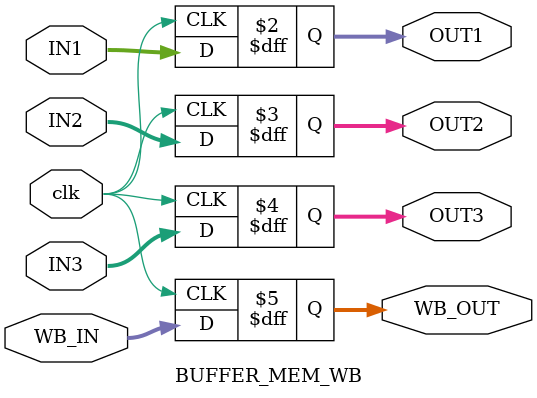
<source format=v>
`timescale 1ns/1ns

/*******************************/
/*******************************/

/////////////////////////////////
//           IF/ID             //
/////////////////////////////////
module BUFFER_IF_ID
(
	input clk, // CLOCK

	// INPUTS
	input [31:0]IN1, // ADDER
	input [31:0]IN2, // INSTRUCCION MEMORY

	// OUTPUTS
	output reg [31:0]OUT1, // BUFFER ID/EX
	output reg [31:0]OUT2 // INSTRUCCION
);

always @(posedge clk)
begin
	OUT1 <= IN1;
	OUT2 <= IN2;
end

endmodule : BUFFER_IF_ID


/////////////////////////////////
//           ID/EX             //
/////////////////////////////////
module BUFFER_ID_EX
(
	input clk, // CLOCK

	// INPUTS
	input [31:0]IN1, // SHIFT LEFT JUMP / BUFFER IF/ID
	input [31:0]IN2, // BUFFER IF/ID
	input [31:0]IN3, // READ DATA 1
	input [31:0]IN4, // READ DATA 2
	input [31:0]IN5, // SIGN EXTEND
	input [4:0]IN6, // INSTRUCCION
	input [4:0]IN7, // INSTRUCCION

	input [1:0] WB_IN,
	input [3:0] M_IN,
	input [4:0] EX_IN,

	// OUTPUTS
	output reg [31:0]OUT1, // BUFFER EX/MEM
	output reg [31:0]OUT2, // ADDER
	output reg [31:0]OUT3, // ALU
	output reg [31:0]OUT4, // MUX / BUFFER EX/MEM
	output reg [31:0]OUT5, // SHIFT LEFT / ALU CONTROL
	output reg [4:0]OUT6, // MUX
	output reg [4:0]OUT7, // MUX

	output reg [1:0] WB_OUT,
	output reg [3:0] M_OUT,
	output reg [4:0] EX_OUT
);

always @(posedge clk)
begin
	OUT1 <= IN1;
	OUT2 <= IN2;
	OUT3 <= IN3;
	OUT4 <= IN4;
	OUT5 <= IN5;
	OUT6 <= IN6;
	OUT7 <= IN7;

	WB_OUT <= WB_IN;
	M_OUT <= M_IN;
	EX_OUT <= EX_IN;
end

endmodule : BUFFER_ID_EX


/////////////////////////////////
//           EX/MEM            //
/////////////////////////////////
module BUFFER_EX_MEM
(
	input clk, // CLOCK

	// INPUTS
	input [31:0]IN1, // BUFFER ID/EX
	input [31:0]IN2, // ADDER
	input IN3, // ZF
	input [31:0]IN4, // ALU RESULT
	input [31:0]IN5, // ID/EX
	input [4:0]IN6, // MUX

	input [1:0] WB_IN,
	input [3:0] M_IN,

	// OUTPUTS
	output reg [31:0]OUT1, // JUMP MUX (PC)
	output reg [31:0]OUT2, // PC MUX
	output reg OUT3, // BRANCH/PCSRC
	output reg [31:0]OUT4, // MEM ADRESS
	output reg [31:0]OUT5, // MEM WRITE DATA
	output reg [4:0]OUT6, // MEM/WB

	output reg [1:0] WB_OUT,
	output reg [3:0] M_OUT
);

always @(posedge clk)
begin
	OUT1 <= IN1;
	OUT2 <= IN2;
	OUT3 <= IN3;
	OUT4 <= IN4;
	OUT5 <= IN5;
	OUT6 <= IN6;

	WB_OUT <= WB_IN;
	M_OUT <= M_IN;
end

endmodule : BUFFER_EX_MEM


/////////////////////////////////
//          MEM/WB             //
/////////////////////////////////
module BUFFER_MEM_WB
(
	input clk, // CLOCK

	// INPUTS
	input [31:0]IN1, // MEM READ DATA
	input [31:0]IN2, // EX/MEM
	input [4:0]IN3, // EX/MEM

	input [1:0] WB_IN,

	// OUTPUTS
	output reg [31:0]OUT1, // MUX
	output reg [31:0]OUT2, // MUX
	output reg [4:0]OUT3, // GPR WRITE DATA

	output reg [1:0] WB_OUT
);

always @(posedge clk)
begin
	OUT1 <= IN1;
	OUT2 <= IN2;
	OUT3 <= IN3;

	WB_OUT <= WB_IN;
end

endmodule : BUFFER_MEM_WB
</source>
